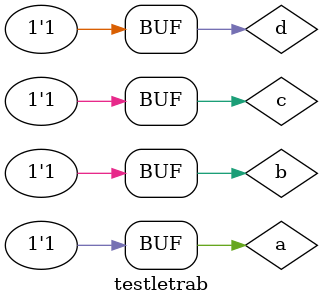
<source format=v>

module letrab (s1,a,b,c,d);
output s1;
input a,b,c,d;
wire t1,t2,t3,t4,t5,t,t7,t8,t9,t10;


and AND1(t1,~a,~b,c,d);
and AND2(t2,~a,b,~c,d);
and AND3 (t3, ~a,b,c,~d);
and AND4 (t4,~a,b,c,d);
and AND5 (t5,a,~b,~c,d);
and AND6 (t6,a,~b,c,~d);
and AND7 (t7,a,~b,c,d);
and AND8 (t8,a,b,~c,~d);
and AND9 (t9,a,b,~c,d);
and AND10 (t10,a,b,c,~d);

or OR1 (s1,t1,t2,t3,t4,t5,t6,t7,t8,t9,t10); 


endmodule //fim letrab

module testletrab;

wire s1;
reg a,b,c,d;

letrab B(s1,a,b,c,d);

 initial begin
 $display("LUIZ MARQUES DE OLIVEIRA");
 $display(" PROVA- LETRA B");
      $display("\na  b   c   d  s1\n");
      $monitor("%b  %b   %b   %b  %b", a, b, c, d, s1);
  
	     a=0; b=0; c=0; d=0;  
    #1  a=0; b=0; c=0; d=1;
    #1  a=0; b=0; c=1; d=0;
    #1  a=0; b=0; c=1; d=1;
    #1  a=0; b=1; c=0; d=0;
 	 #1  a=0; b=1; c=0; d=1;
    #1  a=0; b=1; c=1; d=0;
    #1  a=0; b=1; c=1; d=1;
    #1  a=1; b=0; c=0; d=0;
    #1  a=1; b=0; c=0; d=1;
    #1  a=1; b=0; c=1; d=0;
    #1  a=1; b=0; c=1; d=1;
    #1  a=1; b=1; c=0; d=0;
    #1  a=1; b=1; c=0; d=1;
    #1  a=1; b=1; c=1; d=0;
    #1  a=1; b=1; c=1; d=1;


        
    end
    endmodule


</source>
